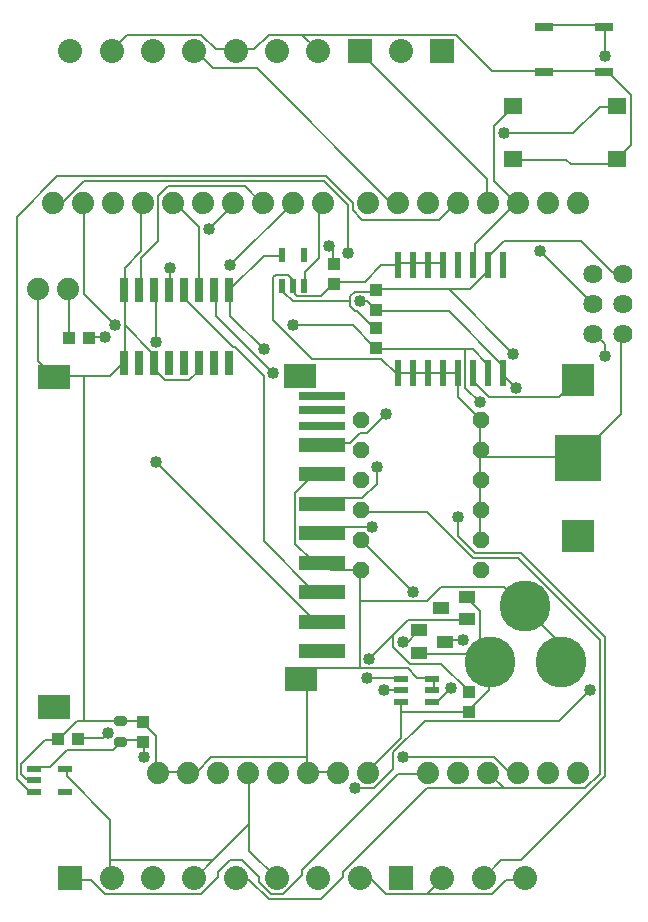
<source format=gtl>
G75*
%MOIN*%
%OFA0B0*%
%FSLAX24Y24*%
%IPPOS*%
%LPD*%
%AMOC8*
5,1,8,0,0,1.08239X$1,22.5*
%
%ADD10R,0.0260X0.0800*%
%ADD11R,0.0217X0.0472*%
%ADD12R,0.1102X0.0787*%
%ADD13R,0.1575X0.0276*%
%ADD14R,0.1575X0.0472*%
%ADD15R,0.1095X0.1095*%
%ADD16R,0.1560X0.1560*%
%ADD17R,0.0600X0.0300*%
%ADD18R,0.0800X0.0800*%
%ADD19C,0.0800*%
%ADD20OC8,0.0560*%
%ADD21C,0.0640*%
%ADD22R,0.0433X0.0394*%
%ADD23R,0.0236X0.0866*%
%ADD24R,0.0394X0.0433*%
%ADD25R,0.0472X0.0217*%
%ADD26C,0.0740*%
%ADD27R,0.0630X0.0551*%
%ADD28C,0.1700*%
%ADD29R,0.0551X0.0394*%
%ADD30C,0.0283*%
%ADD31R,0.0480X0.0245*%
%ADD32C,0.0080*%
%ADD33C,0.0400*%
D10*
X006875Y018765D03*
X007375Y018765D03*
X007875Y018765D03*
X008375Y018765D03*
X008875Y018765D03*
X009375Y018765D03*
X009875Y018765D03*
X010375Y018765D03*
X010375Y021185D03*
X009875Y021185D03*
X009375Y021185D03*
X008875Y021185D03*
X008375Y021185D03*
X007875Y021185D03*
X007375Y021185D03*
X006875Y021185D03*
D11*
X012126Y021338D03*
X012500Y021338D03*
X012874Y021338D03*
X012874Y022362D03*
X012126Y022362D03*
D12*
X012731Y018322D03*
X004542Y018283D03*
X012771Y008244D03*
X004542Y007299D03*
D13*
X013479Y016669D03*
X013479Y017181D03*
X013479Y017653D03*
D14*
X013479Y016039D03*
X013479Y015055D03*
X013479Y014070D03*
X013479Y013086D03*
X013479Y012102D03*
X013479Y011118D03*
X013479Y010133D03*
X013479Y009149D03*
D15*
X022000Y013000D03*
X022000Y018200D03*
D16*
X022000Y015600D03*
D17*
X022875Y028475D03*
X022875Y029975D03*
X020875Y029975D03*
X020875Y028475D03*
D18*
X017477Y029168D03*
X014721Y029168D03*
X016099Y001600D03*
X005075Y001600D03*
D19*
X006453Y001600D03*
X007831Y001600D03*
X009209Y001600D03*
X010587Y001600D03*
X011965Y001600D03*
X013343Y001600D03*
X014721Y001600D03*
X017477Y001600D03*
X018855Y001600D03*
X020232Y001600D03*
X016099Y029168D03*
X013343Y029168D03*
X011965Y029168D03*
X010587Y029168D03*
X009209Y029168D03*
X007831Y029168D03*
X006453Y029168D03*
X005075Y029168D03*
D20*
X014750Y016850D03*
X014750Y015850D03*
X014750Y014850D03*
X014750Y013850D03*
X014750Y012850D03*
X014750Y011850D03*
X018750Y011850D03*
X018750Y012850D03*
X018750Y013850D03*
X018750Y014850D03*
X018750Y015850D03*
X018750Y016850D03*
D21*
X022500Y019725D03*
X022500Y020725D03*
X022500Y021725D03*
X023500Y021725D03*
X023500Y020725D03*
X023500Y019725D03*
D22*
X015250Y019935D03*
X015250Y020515D03*
X015250Y021185D03*
X015250Y019265D03*
X018375Y007810D03*
X018375Y007140D03*
X005335Y006225D03*
X004665Y006225D03*
D23*
X016000Y018414D03*
X016500Y018414D03*
X017000Y018414D03*
X017500Y018414D03*
X018000Y018414D03*
X018500Y018414D03*
X019000Y018414D03*
X019500Y018414D03*
X019500Y022036D03*
X019000Y022036D03*
X018500Y022036D03*
X018000Y022036D03*
X017500Y022036D03*
X017000Y022036D03*
X016500Y022036D03*
X016000Y022036D03*
D24*
X013875Y022060D03*
X013875Y021390D03*
X005710Y019600D03*
X005040Y019600D03*
X007500Y006810D03*
X007500Y006140D03*
D25*
X004887Y005224D03*
X004887Y004476D03*
X003863Y004476D03*
X003863Y004850D03*
X003863Y005224D03*
D26*
X008000Y005100D03*
X009000Y005100D03*
X010000Y005100D03*
X011000Y005100D03*
X012000Y005100D03*
X013000Y005100D03*
X014000Y005100D03*
X015000Y005100D03*
X017000Y005100D03*
X018000Y005100D03*
X019000Y005100D03*
X020000Y005100D03*
X021000Y005100D03*
X022000Y005100D03*
X022000Y024100D03*
X021000Y024100D03*
X020000Y024100D03*
X019000Y024100D03*
X018000Y024100D03*
X017000Y024100D03*
X016000Y024100D03*
X015000Y024100D03*
X013500Y024100D03*
X012500Y024100D03*
X011500Y024100D03*
X010500Y024100D03*
X009500Y024100D03*
X008500Y024100D03*
X007500Y024100D03*
X006500Y024100D03*
X005500Y024100D03*
X004500Y024100D03*
X004000Y021225D03*
X005000Y021225D03*
D27*
X019845Y025553D03*
X019845Y027324D03*
X023310Y027324D03*
X023310Y025553D03*
D28*
X020242Y010650D03*
X019061Y008800D03*
X021424Y008800D03*
D29*
X018308Y010226D03*
X018308Y010974D03*
X017442Y010600D03*
X016692Y009849D03*
X016692Y009101D03*
X017558Y009475D03*
D30*
X006825Y006861D02*
X006675Y006861D01*
X006825Y006861D02*
X006825Y006789D01*
X006675Y006789D01*
X006675Y006861D01*
X006675Y006161D02*
X006825Y006161D01*
X006825Y006089D01*
X006675Y006089D01*
X006675Y006161D01*
D31*
X016109Y007476D03*
X016109Y007850D03*
X016109Y008224D03*
X017141Y008224D03*
X017141Y007850D03*
X017141Y007476D03*
D32*
X003685Y004500D02*
X003285Y004900D01*
X003285Y023620D01*
X004645Y024980D01*
X013605Y024980D01*
X014485Y024100D01*
X014485Y023860D01*
X014805Y023540D01*
X017365Y023540D01*
X017925Y024100D01*
X018000Y024100D01*
X018965Y024100D02*
X018965Y024900D01*
X014725Y029140D01*
X014721Y029168D01*
X013343Y029168D02*
X013285Y029220D01*
X012805Y029700D01*
X017925Y029700D01*
X019125Y028500D01*
X020805Y028500D01*
X020875Y028475D01*
X020885Y028500D01*
X022805Y028500D01*
X022875Y028475D01*
X022885Y028420D01*
X023045Y028420D01*
X023765Y027700D01*
X023765Y026020D01*
X023365Y025620D01*
X023310Y025553D01*
X023285Y025540D01*
X023125Y025380D01*
X021765Y025380D01*
X021605Y025540D01*
X019925Y025540D01*
X019845Y025553D01*
X019525Y026420D02*
X021845Y026420D01*
X022725Y027300D01*
X023285Y027300D01*
X023310Y027324D01*
X022885Y028980D02*
X022885Y029940D01*
X022875Y029975D01*
X022805Y030020D01*
X020885Y030020D01*
X020875Y029975D01*
X019845Y027324D02*
X019845Y027300D01*
X019205Y026660D01*
X019205Y024820D01*
X019925Y024100D01*
X020000Y024100D01*
X019925Y024100D02*
X018565Y022740D01*
X018565Y022100D01*
X018500Y022036D01*
X018965Y022020D02*
X018965Y021780D01*
X018405Y021220D01*
X017685Y021220D01*
X019845Y019060D01*
X019445Y018740D02*
X019445Y018420D01*
X019500Y018414D01*
X019525Y018340D01*
X019925Y017940D01*
X019445Y018740D02*
X017685Y020500D01*
X015285Y020500D01*
X015250Y020515D01*
X015205Y020580D01*
X014965Y020820D01*
X014725Y020820D01*
X014645Y020500D02*
X014565Y020500D01*
X014405Y020660D01*
X014405Y020820D01*
X012485Y020820D01*
X012165Y021140D01*
X012165Y021300D01*
X012126Y021338D01*
X011845Y021620D02*
X011845Y020180D01*
X013125Y018900D01*
X015445Y018900D01*
X015925Y018420D01*
X016000Y018414D01*
X016005Y018420D01*
X016485Y018420D01*
X016500Y018414D01*
X016565Y018420D01*
X016965Y018420D01*
X017000Y018414D01*
X017045Y018420D01*
X017445Y018420D01*
X017500Y018414D01*
X017525Y018420D01*
X017925Y018420D01*
X018000Y018414D01*
X018005Y018340D01*
X018005Y017620D01*
X018725Y016900D01*
X018750Y016850D01*
X018725Y016820D01*
X018725Y015860D01*
X018750Y015850D01*
X018725Y015620D01*
X021925Y015620D01*
X022000Y015600D01*
X022005Y015620D01*
X023445Y017060D01*
X023445Y019700D01*
X023500Y019725D01*
X022885Y019380D02*
X022885Y018980D01*
X022885Y019380D02*
X022565Y019700D01*
X022500Y019725D01*
X022500Y020725D02*
X020725Y022500D01*
X019525Y022820D02*
X019045Y022340D01*
X019045Y022100D01*
X019000Y022036D01*
X018965Y022020D01*
X019525Y022820D02*
X022085Y022820D01*
X023125Y021780D01*
X023445Y021780D01*
X023500Y021725D01*
X022000Y018200D02*
X021925Y018180D01*
X021365Y017620D01*
X019045Y017620D01*
X018565Y018100D01*
X018565Y018340D01*
X018500Y018414D01*
X018965Y018420D02*
X018965Y018740D01*
X018485Y019220D01*
X018245Y019220D01*
X018245Y017940D01*
X018725Y017460D01*
X018965Y018420D02*
X019000Y018414D01*
X018245Y019220D02*
X015285Y019220D01*
X015250Y019265D01*
X015205Y019300D01*
X014485Y020020D01*
X012485Y020020D01*
X012645Y020980D02*
X013445Y020980D01*
X013845Y021380D01*
X013875Y021390D01*
X013925Y021460D01*
X014885Y021460D01*
X015445Y022020D01*
X015925Y022020D01*
X016000Y022036D01*
X016005Y022100D01*
X016485Y022100D01*
X016500Y022036D01*
X016565Y022100D01*
X016965Y022100D01*
X017000Y022036D01*
X017045Y022100D01*
X017445Y022100D01*
X017500Y022036D01*
X017685Y021220D02*
X015285Y021220D01*
X015250Y021185D01*
X015205Y021140D01*
X014565Y021140D01*
X014405Y020980D01*
X014405Y020820D01*
X014645Y020500D02*
X015205Y019940D01*
X015250Y019935D01*
X013875Y022060D02*
X013845Y022100D01*
X013845Y022500D01*
X013685Y022660D01*
X013365Y022260D02*
X013365Y024020D01*
X013445Y024100D01*
X013500Y024100D01*
X013525Y024820D02*
X014325Y024020D01*
X014325Y022420D01*
X013365Y022260D02*
X012885Y021780D01*
X012885Y021380D01*
X012874Y021338D01*
X012565Y021300D02*
X012565Y021060D01*
X012645Y020980D01*
X012565Y021300D02*
X012500Y021338D01*
X012485Y021380D01*
X012485Y021540D01*
X012325Y021700D01*
X011925Y021700D01*
X011845Y021620D01*
X012085Y022340D02*
X011525Y022340D01*
X010405Y021220D01*
X010375Y021185D01*
X010405Y021140D01*
X010405Y020340D01*
X011525Y019220D01*
X011845Y018420D02*
X009925Y020340D01*
X009925Y021140D01*
X009875Y021185D01*
X009375Y021185D02*
X009365Y021220D01*
X009365Y023300D01*
X008565Y024100D01*
X008500Y024100D01*
X008005Y024340D02*
X008325Y024660D01*
X010885Y024660D01*
X011445Y024100D01*
X011500Y024100D01*
X010565Y024100D02*
X010500Y024100D01*
X010565Y024100D02*
X009685Y023220D01*
X010405Y022020D02*
X012485Y024100D01*
X012500Y024100D01*
X013525Y024820D02*
X005525Y024820D01*
X004805Y024100D01*
X004500Y024100D01*
X005500Y024100D02*
X005525Y024100D01*
X005525Y021060D01*
X006565Y020020D01*
X006885Y020020D02*
X007845Y019060D01*
X007845Y018820D01*
X007875Y018765D01*
X007925Y018740D01*
X007925Y018500D01*
X008245Y018180D01*
X009045Y018180D01*
X009365Y018500D01*
X009365Y018740D01*
X009375Y018765D01*
X010485Y019300D02*
X010565Y019300D01*
X011525Y018340D01*
X011525Y012820D01*
X013205Y011140D01*
X013445Y011140D01*
X013479Y011118D01*
X013765Y011860D02*
X013525Y012100D01*
X013479Y012102D01*
X013445Y012180D01*
X013125Y012180D01*
X012565Y012740D01*
X012565Y014420D01*
X013125Y014980D01*
X013445Y014980D01*
X013479Y015055D01*
X013685Y014260D02*
X013525Y014100D01*
X013479Y014070D01*
X013685Y014260D02*
X014805Y014260D01*
X015285Y014740D01*
X015285Y015300D01*
X014965Y016420D02*
X015605Y017060D01*
X014965Y016420D02*
X014725Y016420D01*
X014405Y016100D01*
X013525Y016100D01*
X013479Y016039D01*
X014750Y013850D02*
X014805Y013780D01*
X016965Y013780D01*
X018485Y012260D01*
X020005Y012260D01*
X022725Y009540D01*
X022725Y005060D01*
X022245Y004580D01*
X019525Y004580D01*
X016965Y004580D01*
X014165Y001780D01*
X014165Y001620D01*
X013445Y000900D01*
X011685Y000900D01*
X011045Y001540D01*
X010645Y001540D01*
X010587Y001600D01*
X010005Y001620D02*
X010005Y001780D01*
X010405Y002180D01*
X010805Y002180D01*
X011365Y001620D01*
X011365Y001460D01*
X011765Y001060D01*
X012165Y001060D01*
X012805Y001700D01*
X012805Y001860D01*
X016005Y005060D01*
X016965Y005060D01*
X017000Y005100D01*
X016165Y005620D02*
X019205Y005620D01*
X019685Y005140D01*
X019925Y005140D01*
X020000Y005100D01*
X019525Y004580D02*
X019045Y005060D01*
X019000Y005100D01*
X018375Y007140D02*
X018325Y007140D01*
X016085Y007140D01*
X016085Y007460D01*
X016109Y007476D01*
X016085Y007140D02*
X016085Y006260D01*
X014965Y005140D01*
X015000Y005100D01*
X015205Y004580D02*
X014565Y004580D01*
X015205Y004580D02*
X015845Y005220D01*
X015845Y005780D01*
X016885Y006820D01*
X021365Y006820D01*
X022405Y007860D01*
X021424Y008800D02*
X021365Y008820D01*
X021365Y009460D01*
X020245Y010580D01*
X020242Y010650D01*
X020165Y010660D01*
X019525Y011300D01*
X017445Y011300D01*
X016965Y010820D01*
X014725Y010820D01*
X014725Y011780D01*
X014750Y011850D01*
X014725Y011860D01*
X013765Y011860D01*
X013479Y013086D02*
X013525Y013140D01*
X013685Y013300D01*
X015125Y013300D01*
X014805Y012820D02*
X014750Y012850D01*
X014805Y012820D02*
X016485Y011140D01*
X016325Y010180D02*
X018245Y010180D01*
X018308Y010226D01*
X018725Y010500D02*
X018325Y010900D01*
X018308Y010974D01*
X018725Y010500D02*
X018725Y009060D01*
X019061Y008800D01*
X019045Y008820D01*
X018805Y009060D01*
X018725Y009060D01*
X016725Y009060D01*
X016692Y009101D01*
X016405Y008740D02*
X015845Y009300D01*
X015845Y009700D01*
X015045Y008900D01*
X014725Y008580D02*
X014725Y010820D01*
X015845Y009700D02*
X016325Y010180D01*
X016692Y009849D02*
X016645Y009780D01*
X016325Y009460D01*
X016165Y009460D01*
X016405Y008740D02*
X017445Y008740D01*
X018325Y007860D01*
X018375Y007810D01*
X018405Y007220D02*
X018375Y007140D01*
X018405Y007220D02*
X019045Y007860D01*
X019045Y008740D01*
X019061Y008800D01*
X018165Y009540D02*
X017605Y009540D01*
X017558Y009475D01*
X017125Y008260D02*
X016645Y008260D01*
X016325Y008580D01*
X014725Y008580D01*
X013125Y008580D01*
X012965Y008420D01*
X012771Y008244D01*
X012805Y008260D01*
X012965Y008420D01*
X012965Y005620D01*
X009765Y005620D01*
X009285Y005140D01*
X009045Y005140D01*
X009000Y005100D01*
X008965Y005140D01*
X008005Y005140D01*
X008000Y005100D01*
X007925Y005140D01*
X007925Y006340D01*
X007525Y006740D01*
X007500Y006810D01*
X007445Y006820D01*
X006805Y006820D01*
X006750Y006825D01*
X006725Y006820D01*
X005525Y006820D01*
X005525Y018340D01*
X004565Y018340D01*
X004542Y018283D01*
X004485Y018340D01*
X004005Y018820D01*
X004005Y021220D01*
X004000Y021225D01*
X005000Y021225D02*
X005045Y021220D01*
X005045Y019620D01*
X005040Y019600D01*
X005710Y019600D02*
X005765Y019620D01*
X006245Y019620D01*
X006885Y020020D02*
X006885Y018820D01*
X006875Y018765D01*
X006805Y018740D01*
X006405Y018340D01*
X005525Y018340D01*
X006885Y020020D02*
X006885Y021140D01*
X006875Y021185D01*
X006885Y021220D01*
X006885Y021940D01*
X007445Y022500D01*
X007445Y024100D01*
X007500Y024100D01*
X008005Y024340D02*
X008005Y022820D01*
X007445Y022260D01*
X007445Y021220D01*
X007375Y021185D01*
X007875Y021185D02*
X007925Y021140D01*
X007925Y019460D01*
X008885Y020900D02*
X010485Y019300D01*
X008885Y020900D02*
X008885Y021140D01*
X008875Y021185D01*
X008405Y021220D02*
X008375Y021185D01*
X008405Y021220D02*
X008405Y021940D01*
X012085Y022340D02*
X012126Y022362D01*
X015765Y024100D02*
X011285Y028580D01*
X009845Y028580D01*
X009285Y029140D01*
X009209Y029168D01*
X009445Y029700D02*
X006965Y029700D01*
X006485Y029220D01*
X006453Y029168D01*
X009445Y029700D02*
X009925Y029220D01*
X010565Y029220D01*
X010587Y029168D01*
X010645Y029220D01*
X011205Y029220D01*
X011685Y029700D01*
X012805Y029700D01*
X015765Y024100D02*
X016000Y024100D01*
X018965Y024100D02*
X019000Y024100D01*
X018750Y015850D02*
X018725Y015780D01*
X018725Y015620D01*
X018725Y014900D01*
X018750Y014850D01*
X018725Y014820D01*
X018725Y013860D01*
X018750Y013850D01*
X018725Y013780D01*
X018725Y012900D01*
X018750Y012850D01*
X018565Y012420D02*
X020085Y012420D01*
X022885Y009620D01*
X022885Y004980D01*
X020085Y002180D01*
X019445Y002180D01*
X018885Y001620D01*
X018855Y001600D01*
X019125Y001060D02*
X016965Y001060D01*
X017445Y001540D01*
X017477Y001600D01*
X016965Y001060D02*
X015605Y001060D01*
X015125Y001540D01*
X014725Y001540D01*
X014721Y001600D01*
X011965Y001600D02*
X011925Y001620D01*
X011045Y002500D01*
X011045Y003380D01*
X009845Y002180D01*
X006405Y002180D01*
X006405Y003540D01*
X004965Y004980D01*
X004965Y005220D01*
X004887Y005224D01*
X004405Y005300D02*
X004965Y005860D01*
X006485Y005860D01*
X006750Y006125D01*
X006805Y006180D01*
X007445Y006180D01*
X007500Y006140D01*
X007525Y006100D01*
X007525Y005620D01*
X006325Y006420D02*
X006165Y006260D01*
X005365Y006260D01*
X005335Y006225D01*
X005285Y006820D02*
X005525Y006820D01*
X005285Y006820D02*
X004725Y006260D01*
X004665Y006225D01*
X004645Y006180D01*
X004245Y006180D01*
X003445Y005380D01*
X003445Y005060D01*
X003605Y004900D01*
X003845Y004900D01*
X003863Y004850D01*
X003845Y004500D02*
X003685Y004500D01*
X003845Y004500D02*
X003863Y004476D01*
X003863Y005224D02*
X003925Y005300D01*
X004405Y005300D01*
X006405Y002180D02*
X006405Y001620D01*
X006453Y001600D01*
X006245Y001060D02*
X009445Y001060D01*
X010005Y001620D01*
X009845Y002180D02*
X009285Y001620D01*
X009209Y001600D01*
X011045Y003380D02*
X011045Y005060D01*
X011000Y005100D01*
X012965Y005140D02*
X013000Y005100D01*
X013045Y005140D01*
X013925Y005140D01*
X014000Y005100D01*
X012965Y005140D02*
X012965Y005620D01*
X014965Y008260D02*
X016085Y008260D01*
X016109Y008224D01*
X016085Y007860D02*
X016109Y007850D01*
X016085Y007860D02*
X015525Y007860D01*
X017141Y007850D02*
X017205Y007860D01*
X017205Y008180D01*
X017141Y008224D01*
X017125Y008260D01*
X017765Y007940D02*
X017365Y007540D01*
X017205Y007540D01*
X017141Y007476D01*
X013479Y010133D02*
X013445Y010180D01*
X013205Y010180D01*
X007925Y015460D01*
X018005Y013620D02*
X018005Y012980D01*
X018565Y012420D01*
X019605Y001540D02*
X019125Y001060D01*
X019605Y001540D02*
X020165Y001540D01*
X020232Y001600D01*
X006245Y001060D02*
X005765Y001540D01*
X005125Y001540D01*
X005075Y001600D01*
D33*
X007525Y005620D03*
X006325Y006420D03*
X007925Y015460D03*
X007925Y019460D03*
X006565Y020020D03*
X006245Y019620D03*
X008405Y021940D03*
X009685Y023220D03*
X010405Y022020D03*
X012485Y020020D03*
X011525Y019220D03*
X011845Y018420D03*
X014725Y020820D03*
X014325Y022420D03*
X013685Y022660D03*
X015605Y017060D03*
X015285Y015300D03*
X015125Y013300D03*
X016485Y011140D03*
X016165Y009460D03*
X015045Y008900D03*
X014965Y008260D03*
X015525Y007860D03*
X016165Y005620D03*
X014565Y004580D03*
X017765Y007940D03*
X018165Y009540D03*
X018005Y013620D03*
X018725Y017460D03*
X019925Y017940D03*
X019845Y019060D03*
X020725Y022500D03*
X019525Y026420D03*
X022885Y028980D03*
X022885Y018980D03*
X022405Y007860D03*
M02*

</source>
